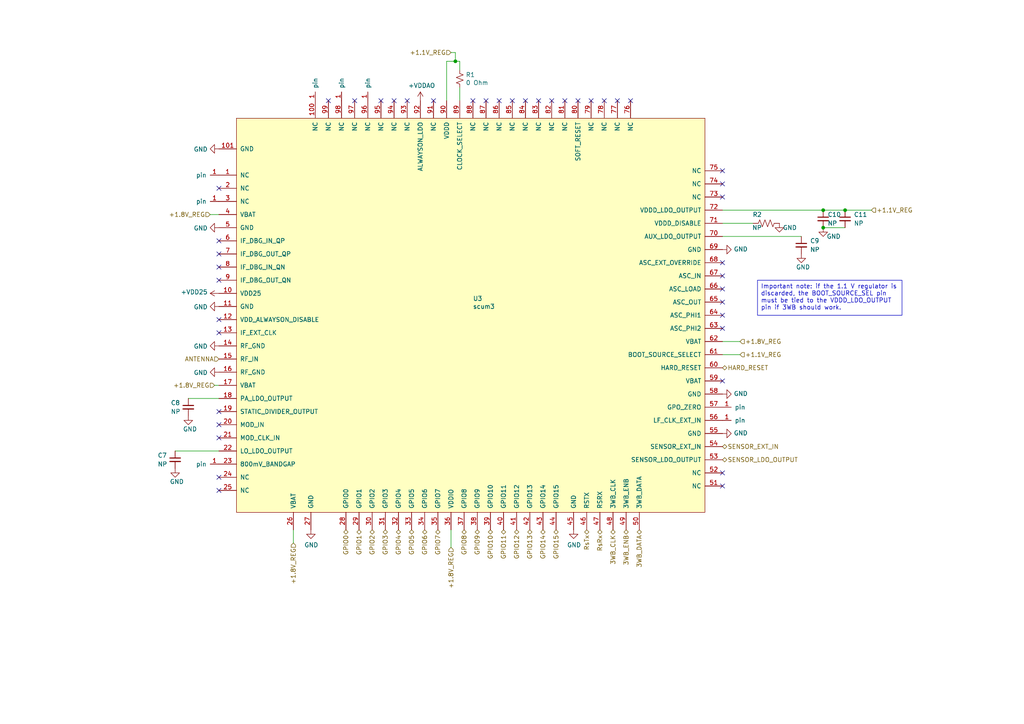
<source format=kicad_sch>
(kicad_sch (version 20230121) (generator eeschema)
  (paper "A4")
  (lib_symbols
    (symbol "Device:C_Small" (pin_numbers hide) (pin_names (offset 0.254) hide)
      (property "Reference" "C" (at 0.254 1.778 0))
      (property "Value" "C_Small" (at 0.254 -2.032 0))
      (symbol "C_Small_0_1"
        (polyline (pts (xy -1.524 -0.508) (xy 1.524 -0.508)) (stroke (width 0.3302)))
        (polyline (pts (xy -1.524 0.508) (xy 1.524 0.508)) (stroke (width 0.3048)))
      )
      (symbol "C_Small_1_1"
        (pin passive line (at 0 2.54 270) (length 2.032) (name "~") (number "1"))
        (pin passive line (at 0 -2.54 90) (length 2.032) (name "~") (number "2"))
      )
    )
    (symbol "Device:R_Small_US" (pin_numbers hide) (pin_names (offset 0.254) hide)
      (property "Reference" "R" (at 0.762 0.508 0))
      (property "Value" "R_Small_US" (at 0.762 -1.016 0))
      (symbol "R_Small_US_1_1"
        (polyline (pts (xy 0 0) (xy 1.016 -0.381) (xy 0 -0.762) (xy -1.016 -1.143) (xy 0 -1.524)))
        (polyline (pts (xy 0 1.524) (xy 1.016 1.143) (xy 0 0.762) (xy -1.016 0.381) (xy 0 0)))
        (pin passive line (at 0 2.54 270) (length 1.016) (name "~") (number "1"))
        (pin passive line (at 0 -2.54 90) (length 1.016) (name "~") (number "2"))
      )
    )
    (symbol "Device:R_US" (pin_numbers hide) (pin_names (offset 0))
      (property "Reference" "R" (at 2.54 0 90))
      (property "Value" "R_US" (at -2.54 0 90))
      (symbol "R_US_0_1"
        (polyline (pts (xy 0 -2.286) (xy 0 -2.54)))
        (polyline (pts (xy 0 2.286) (xy 0 2.54)))
        (polyline (pts (xy 0 -0.762) (xy 1.016 -1.143) (xy 0 -1.524) (xy -1.016 -1.905) (xy 0 -2.286)))
        (polyline (pts (xy 0 0.762) (xy 1.016 0.381) (xy 0 0) (xy -1.016 -0.381) (xy 0 -0.762)))
        (polyline (pts (xy 0 2.286) (xy 1.016 1.905) (xy 0 1.524) (xy -1.016 1.143) (xy 0 0.762)))
      )
      (symbol "R_US_1_1"
        (pin passive line (at 0 3.81 270) (length 1.27) (name "~") (number "1"))
        (pin passive line (at 0 -3.81 90) (length 1.27) (name "~") (number "2"))
      )
    )
    (symbol "draft1library:+VDD25" (power) (pin_names (offset 0))
      (property "Value" "+VDD25" (at 0 3.556 0))
      (symbol "+VDD25_0_1"
        (polyline (pts (xy -0.762 1.27) (xy 0 2.54)))
        (polyline (pts (xy 0 0) (xy 0 2.54)))
        (polyline (pts (xy 0 2.54) (xy 0.762 1.27)))
      )
      (symbol "+VDD25_1_1"
        (pin power_in line (at 0 0 90) (length 0) hide (name "+VDD25") (number "1"))
      )
    )
    (symbol "draft1library:+VDDAO" (power) (pin_names (offset 0))
      (property "Value" "+VDDAO" (at 0 3.556 0))
      (symbol "+VDDAO_0_1"
        (polyline (pts (xy -0.762 1.27) (xy 0 2.54)))
        (polyline (pts (xy 0 0) (xy 0 2.54)))
        (polyline (pts (xy 0 2.54) (xy 0.762 1.27)))
      )
      (symbol "+VDDAO_1_1"
        (pin power_in line (at 0 0 90) (length 0) hide (name "+VDDAO") (number "1"))
      )
    )
    (symbol "draft1library:scum3" (pin_names (offset 1.016))
      (property "Reference" "U8" (at 12.7 10.16 0))
      (property "Value" "scum3" (at 1.27 -2.54 0))
      (symbol "scum3_0_1"
        (rectangle (start -69.85 -60.96) (end 66.04 53.34) (fill (type background)))
      )
      (symbol "scum3_1_1"
        (pin passive line (at -74.93 36.83 0) (length 5.08) (name "NC") (number "1"))
        (pin passive line (at -74.93 2.54 0) (length 5.08) (name "VDD25") (number "10"))
        (pin passive line (at -46.99 58.42 270) (length 5.08) (name "NC") (number "100"))
        (pin passive line (at -74.93 44.45 0) (length 5.08) (name "GND") (number "101"))
        (pin passive line (at -74.93 -1.27 0) (length 5.08) (name "GND") (number "11"))
        (pin passive line (at -74.93 -5.08 0) (length 5.08) (name "VDD_ALWAYSON_DISABLE") (number "12"))
        (pin passive line (at -74.93 -8.89 0) (length 5.08) (name "IF_EXT_CLK") (number "13"))
        (pin passive line (at -74.93 -12.7 0) (length 5.08) (name "RF_GND") (number "14"))
        (pin passive line (at -74.93 -16.51 0) (length 5.08) (name "RF_IN") (number "15"))
        (pin passive line (at -74.93 -20.32 0) (length 5.08) (name "RF_GND") (number "16"))
        (pin passive line (at -74.93 -24.13 0) (length 5.08) (name "VBAT") (number "17"))
        (pin passive line (at -74.93 -27.94 0) (length 5.08) (name "PA_LDO_OUTPUT") (number "18"))
        (pin passive line (at -74.93 -31.75 0) (length 5.08) (name "STATIC_DIVIDER_OUTPUT") (number "19"))
        (pin passive line (at -74.93 33.02 0) (length 5.08) (name "NC") (number "2"))
        (pin passive line (at -74.93 -35.56 0) (length 5.08) (name "MOD_IN") (number "20"))
        (pin passive line (at -74.93 -39.37 0) (length 5.08) (name "MOD_CLK_IN") (number "21"))
        (pin passive line (at -74.93 -43.18 0) (length 5.08) (name "LO_LDO_OUTPUT") (number "22"))
        (pin passive line (at -74.93 -46.99 0) (length 5.08) (name "800mV_BANDGAP") (number "23"))
        (pin passive line (at -74.93 -50.8 0) (length 5.08) (name "NC") (number "24"))
        (pin passive line (at -74.93 -54.61 0) (length 5.08) (name "NC") (number "25"))
        (pin power_in line (at -53.34 -66.04 90) (length 5.08) (name "VBAT") (number "26"))
        (pin passive line (at -48.26 -66.04 90) (length 5.08) (name "GND") (number "27"))
        (pin bidirectional line (at -38.1 -66.04 90) (length 5.08) (name "GPIO0") (number "28"))
        (pin bidirectional line (at -34.29 -66.04 90) (length 5.08) (name "GPIO1") (number "29"))
        (pin passive line (at -74.93 29.21 0) (length 5.08) (name "NC") (number "3"))
        (pin bidirectional line (at -30.48 -66.04 90) (length 5.08) (name "GPIO2") (number "30"))
        (pin bidirectional line (at -26.67 -66.04 90) (length 5.08) (name "GPIO3") (number "31"))
        (pin bidirectional line (at -22.86 -66.04 90) (length 5.08) (name "GPIO4") (number "32"))
        (pin bidirectional line (at -19.05 -66.04 90) (length 5.08) (name "GPIO5") (number "33"))
        (pin bidirectional line (at -15.24 -66.04 90) (length 5.08) (name "GPIO6") (number "34"))
        (pin bidirectional line (at -11.43 -66.04 90) (length 5.08) (name "GPIO7") (number "35"))
        (pin power_in line (at -7.62 -66.04 90) (length 5.08) (name "VDDIO") (number "36"))
        (pin bidirectional line (at -3.81 -66.04 90) (length 5.08) (name "GPIO8") (number "37"))
        (pin bidirectional line (at 0 -66.04 90) (length 5.08) (name "GPIO9") (number "38"))
        (pin bidirectional line (at 3.81 -66.04 90) (length 5.08) (name "GPIO10") (number "39"))
        (pin passive line (at -74.93 25.4 0) (length 5.08) (name "VBAT") (number "4"))
        (pin bidirectional line (at 7.62 -66.04 90) (length 5.08) (name "GPIO11") (number "40"))
        (pin bidirectional line (at 11.43 -66.04 90) (length 5.08) (name "GPIO12") (number "41"))
        (pin bidirectional line (at 15.24 -66.04 90) (length 5.08) (name "GPIO13") (number "42"))
        (pin bidirectional line (at 19.05 -66.04 90) (length 5.08) (name "GPIO14") (number "43"))
        (pin bidirectional line (at 22.86 -66.04 90) (length 5.08) (name "GPIO15") (number "44"))
        (pin passive line (at 27.94 -66.04 90) (length 5.08) (name "GND") (number "45"))
        (pin bidirectional line (at 31.75 -66.04 90) (length 5.08) (name "RSTX") (number "46"))
        (pin bidirectional line (at 35.56 -66.04 90) (length 5.08) (name "RSRX") (number "47"))
        (pin bidirectional line (at 39.37 -66.04 90) (length 5.08) (name "3WB_CLK") (number "48"))
        (pin bidirectional line (at 43.18 -66.04 90) (length 5.08) (name "3WB_ENB") (number "49"))
        (pin passive line (at -74.93 21.59 0) (length 5.08) (name "GND") (number "5"))
        (pin bidirectional line (at 46.99 -66.04 90) (length 5.08) (name "3WB_DATA") (number "50"))
        (pin passive line (at 71.12 -53.34 180) (length 5.08) (name "NC") (number "51"))
        (pin passive line (at 71.12 -49.53 180) (length 5.08) (name "NC") (number "52"))
        (pin passive line (at 71.12 -45.72 180) (length 5.08) (name "SENSOR_LDO_OUTPUT") (number "53"))
        (pin passive line (at 71.12 -41.91 180) (length 5.08) (name "SENSOR_EXT_IN") (number "54"))
        (pin passive line (at 71.12 -38.1 180) (length 5.08) (name "GND") (number "55"))
        (pin passive line (at 71.12 -34.29 180) (length 5.08) (name "LF_CLK_EXT_IN") (number "56"))
        (pin passive line (at 71.12 -30.48 180) (length 5.08) (name "GPO_ZERO") (number "57"))
        (pin passive line (at 71.12 -26.67 180) (length 5.08) (name "GND") (number "58"))
        (pin passive line (at 71.12 -22.86 180) (length 5.08) (name "VBAT") (number "59"))
        (pin passive line (at -74.93 17.78 0) (length 5.08) (name "IF_DBG_IN_QP") (number "6"))
        (pin passive line (at 71.12 -19.05 180) (length 5.08) (name "HARD_RESET") (number "60"))
        (pin passive line (at 71.12 -15.24 180) (length 5.08) (name "BOOT_SOURCE_SELECT") (number "61"))
        (pin passive line (at 71.12 -11.43 180) (length 5.08) (name "VBAT") (number "62"))
        (pin passive line (at 71.12 -7.62 180) (length 5.08) (name "ASC_PHI2") (number "63"))
        (pin passive line (at 71.12 -3.81 180) (length 5.08) (name "ASC_PHI1") (number "64"))
        (pin passive line (at 71.12 0 180) (length 5.08) (name "ASC_OUT") (number "65"))
        (pin passive line (at 71.12 3.81 180) (length 5.08) (name "ASC_LOAD") (number "66"))
        (pin passive line (at 71.12 7.62 180) (length 5.08) (name "ASC_IN") (number "67"))
        (pin passive line (at 71.12 11.43 180) (length 5.08) (name "ASC_EXT_OVERRIDE") (number "68"))
        (pin passive line (at 71.12 15.24 180) (length 5.08) (name "GND") (number "69"))
        (pin passive line (at -74.93 13.97 0) (length 5.08) (name "IF_DBG_OUT_QP") (number "7"))
        (pin passive line (at 71.12 19.05 180) (length 5.08) (name "AUX_LDO_OUTPUT") (number "70"))
        (pin passive line (at 71.12 22.86 180) (length 5.08) (name "VDDD_DISABLE") (number "71"))
        (pin passive line (at 71.12 26.67 180) (length 5.08) (name "VDDD_LDO_OUTPUT") (number "72"))
        (pin passive line (at 71.12 30.48 180) (length 5.08) (name "NC") (number "73"))
        (pin passive line (at 71.12 34.29 180) (length 5.08) (name "NC") (number "74"))
        (pin passive line (at 71.12 38.1 180) (length 5.08) (name "NC") (number "75"))
        (pin passive line (at 44.45 58.42 270) (length 5.08) (name "NC") (number "76"))
        (pin passive line (at 40.64 58.42 270) (length 5.08) (name "NC") (number "77"))
        (pin passive line (at 36.83 58.42 270) (length 5.08) (name "NC") (number "78"))
        (pin passive line (at 33.02 58.42 270) (length 5.08) (name "NC") (number "79"))
        (pin passive line (at -74.93 10.16 0) (length 5.08) (name "IF_DBG_IN_QN") (number "8"))
        (pin passive line (at 29.21 58.42 270) (length 5.08) (name "SOFT_RESET") (number "80"))
        (pin passive line (at 25.4 58.42 270) (length 5.08) (name "NC") (number "81"))
        (pin passive line (at 21.59 58.42 270) (length 5.08) (name "NC") (number "82"))
        (pin passive line (at 17.78 58.42 270) (length 5.08) (name "NC") (number "83"))
        (pin passive line (at 13.97 58.42 270) (length 5.08) (name "NC") (number "84"))
        (pin passive line (at 10.16 58.42 270) (length 5.08) (name "NC") (number "85"))
        (pin passive line (at 6.35 58.42 270) (length 5.08) (name "NC") (number "86"))
        (pin passive line (at 2.54 58.42 270) (length 5.08) (name "NC") (number "87"))
        (pin passive line (at -1.27 58.42 270) (length 5.08) (name "NC") (number "88"))
        (pin passive line (at -5.08 58.42 270) (length 5.08) (name "CLOCK_SELECT") (number "89"))
        (pin passive line (at -74.93 6.35 0) (length 5.08) (name "IF_DBG_OUT_QN") (number "9"))
        (pin passive line (at -8.89 58.42 270) (length 5.08) (name "VDDD") (number "90"))
        (pin passive line (at -12.7 58.42 270) (length 5.08) (name "NC") (number "91"))
        (pin passive line (at -16.51 58.42 270) (length 5.08) (name "ALWAYSON_LDO") (number "92"))
        (pin passive line (at -20.32 58.42 270) (length 5.08) (name "NC") (number "93"))
        (pin passive line (at -24.13 58.42 270) (length 5.08) (name "NC") (number "94"))
        (pin passive line (at -27.94 58.42 270) (length 5.08) (name "NC") (number "95"))
        (pin passive line (at -31.75 58.42 270) (length 5.08) (name "NC") (number "96"))
        (pin passive line (at -35.56 58.42 270) (length 5.08) (name "NC") (number "97"))
        (pin passive line (at -39.37 58.42 270) (length 5.08) (name "NC") (number "98"))
        (pin passive line (at -43.18 58.42 270) (length 5.08) (name "NC") (number "99"))
      )
    )
    (symbol "draft1library:through_hole" (pin_names (offset 1.016))
      (symbol "through_hole_1_1"
        (pin output line (at 0 0 0) (length 2.54) (name "pin") (number "1"))
      )
    )
    (symbol "power:GND" (power) (pin_names (offset 0))
      (property "Value" "GND" (at 0 -3.81 0))
      (symbol "GND_0_1"
        (polyline (pts (xy 0 0) (xy 0 -1.27) (xy 1.27 -1.27) (xy 0 -2.54) (xy -1.27 -1.27) (xy 0 -1.27)))
      )
      (symbol "GND_1_1"
        (pin power_in line (at 0 0 270) (length 0) hide (name "GND") (number "1"))
      )
    )
  )
  (junction (at 245.11 60.96))
  (junction (at 238.76 60.96))
  (junction (at 132.08 17.78))
  (junction (at 238.76 66.04))
  (no_connect (at 102.87 29.21))
  (no_connect (at 63.5 54.61))
  (no_connect (at 63.5 127))
  (no_connect (at 125.73 29.21))
  (no_connect (at 209.55 76.2))
  (no_connect (at 209.55 91.44))
  (no_connect (at 209.55 95.25))
  (no_connect (at 182.88 29.21))
  (no_connect (at 63.5 96.52))
  (no_connect (at 175.26 29.21))
  (no_connect (at 63.5 123.19))
  (no_connect (at 63.5 73.66))
  (no_connect (at 167.64 29.21))
  (no_connect (at 209.55 137.16))
  (no_connect (at 209.55 140.97))
  (no_connect (at 209.55 53.34))
  (no_connect (at 209.55 49.53))
  (no_connect (at 209.55 83.82))
  (no_connect (at 63.5 81.28))
  (no_connect (at 63.5 119.38))
  (no_connect (at 114.3 29.21))
  (no_connect (at 63.5 69.85))
  (no_connect (at 140.97 29.21))
  (no_connect (at 179.07 29.21))
  (no_connect (at 95.25 29.21))
  (no_connect (at 209.55 110.49))
  (no_connect (at 63.5 142.24))
  (no_connect (at 209.55 57.15))
  (no_connect (at 110.49 29.21))
  (no_connect (at 209.55 87.63))
  (no_connect (at 209.55 80.01))
  (no_connect (at 152.4 29.21))
  (no_connect (at 148.59 29.21))
  (no_connect (at 137.16 29.21))
  (no_connect (at 63.5 138.43))
  (no_connect (at 156.21 29.21))
  (no_connect (at 171.45 29.21))
  (no_connect (at 63.5 77.47))
  (no_connect (at 160.02 29.21))
  (no_connect (at 163.83 29.21))
  (no_connect (at 63.5 92.71))
  (no_connect (at 144.78 29.21))
  (no_connect (at 118.11 29.21))
  (wire (pts (xy 209.55 64.77) (xy 218.44 64.77)))
  (wire (pts (xy 209.55 60.96) (xy 238.76 60.96)))
  (wire (pts (xy 85.09 153.67) (xy 85.09 157.48)))
  (wire (pts (xy 130.81 15.24) (xy 132.08 15.24)))
  (wire (pts (xy 62.23 111.76) (xy 63.5 111.76)))
  (wire (pts (xy 133.35 17.78) (xy 132.08 17.78)))
  (wire (pts (xy 133.35 17.78) (xy 133.35 20.32)))
  (wire (pts (xy 209.55 68.58) (xy 232.41 68.58)))
  (wire (pts (xy 133.35 25.4) (xy 133.35 29.21)))
  (wire (pts (xy 238.76 60.96) (xy 245.11 60.96)))
  (wire (pts (xy 50.8 130.81) (xy 63.5 130.81)))
  (wire (pts (xy 209.55 102.87) (xy 214.63 102.87)))
  (wire (pts (xy 238.76 66.04) (xy 245.11 66.04)))
  (wire (pts (xy 130.81 153.67) (xy 130.81 158.75)))
  (wire (pts (xy 209.55 99.06) (xy 214.63 99.06)))
  (wire (pts (xy 60.96 62.23) (xy 63.5 62.23)))
  (wire (pts (xy 129.54 29.21) (xy 129.54 17.78)))
  (wire (pts (xy 54.61 115.57) (xy 63.5 115.57)))
  (wire (pts (xy 132.08 15.24) (xy 132.08 17.78)))
  (wire (pts (xy 132.08 17.78) (xy 129.54 17.78)))
  (wire (pts (xy 245.11 60.96) (xy 252.73 60.96)))
  (text_box "Important note: if the 1.1 V regulator is discarded, the BOOT_SOURCE_SEL pin must be tied to the VDDD_LDO_OUTPUT pin if 3WB should work.\n" (at 219.71 81.28 0) (size 41.91 10.16) (effects (font (size 1.27 1.27)) (justify left top)))
  (hierarchical_label "GPIO13" (shape bidirectional) (at 153.67 153.67 270))
  (hierarchical_label "+1.8V_REG" (shape input) (at 130.81 158.75 270))
  (hierarchical_label "3WB_CLK" (shape bidirectional) (at 177.8 153.67 270))
  (hierarchical_label "+1.8V_REG" (shape input) (at 60.96 62.23 180))
  (hierarchical_label "HARD_RESET" (shape bidirectional) (at 209.55 106.68 0))
  (hierarchical_label "GPIO14" (shape bidirectional) (at 157.48 153.67 270))
  (hierarchical_label "GPIO12" (shape bidirectional) (at 149.86 153.67 270))
  (hierarchical_label "+1.8V_REG" (shape input) (at 214.63 99.06 0))
  (hierarchical_label "GPIO4" (shape bidirectional) (at 115.57 153.67 270))
  (hierarchical_label "GPIO10" (shape bidirectional) (at 142.24 153.67 270))
  (hierarchical_label "GPIO7" (shape bidirectional) (at 127 153.67 270))
  (hierarchical_label "GPIO0" (shape bidirectional) (at 100.33 153.67 270))
  (hierarchical_label "3WB_DATA" (shape bidirectional) (at 185.42 153.67 270))
  (hierarchical_label "+1.8V_REG" (shape input) (at 85.09 157.48 270))
  (hierarchical_label "ANTENNA" (shape input) (at 63.5 104.14 180))
  (hierarchical_label "SENSOR_LDO_OUTPUT" (shape bidirectional) (at 209.55 133.35 0))
  (hierarchical_label "+1.1V_REG" (shape input) (at 130.81 15.24 180))
  (hierarchical_label "GPIO11" (shape bidirectional) (at 146.05 153.67 270))
  (hierarchical_label "GPIO9" (shape bidirectional) (at 138.43 153.67 270))
  (hierarchical_label "GPIO2" (shape bidirectional) (at 107.95 153.67 270))
  (hierarchical_label "+1.8V_REG" (shape input) (at 62.23 111.76 180))
  (hierarchical_label "GPIO15" (shape bidirectional) (at 161.29 153.67 270))
  (hierarchical_label "GPIO5" (shape bidirectional) (at 119.38 153.67 270))
  (hierarchical_label "GPIO8" (shape bidirectional) (at 134.62 153.67 270))
  (hierarchical_label "RsTx" (shape bidirectional) (at 170.18 153.67 270))
  (hierarchical_label "SENSOR_EXT_IN" (shape bidirectional) (at 209.55 129.54 0))
  (hierarchical_label "+1.1V_REG" (shape input) (at 214.63 102.87 0))
  (hierarchical_label "+1.1V_REG" (shape input) (at 252.73 60.96 0))
  (hierarchical_label "GPIO3" (shape bidirectional) (at 111.76 153.67 270))
  (hierarchical_label "RsRx" (shape bidirectional) (at 173.99 153.67 270))
  (hierarchical_label "GPIO1" (shape bidirectional) (at 104.14 153.67 270))
  (hierarchical_label "GPIO6" (shape bidirectional) (at 123.19 153.67 270))
  (hierarchical_label "3WB_ENB" (shape bidirectional) (at 181.61 153.67 270))
  (symbol (lib_id "power:GND") (at 232.41 73.66 0) (unit 1)
    (property "Reference" "#PWR064" (effects hide))
    (property "Value" "GND" (at 234.95 77.47 0) (effects (justify right)))
  )
  (symbol (lib_id "draft1library:through_hole") (at 91.44 29.21 90) (unit 1)
    (property "Reference" "J9" (effects hide))
    (property "Value" "through_hole" (effects hide))
    (property "Footprint" "SCUM:through_hole" (effects hide))
  )
  (symbol (lib_id "power:GND") (at 238.76 66.04 0) (unit 1)
    (property "Reference" "#PWR065" (effects hide))
    (property "Value" "GND" (at 243.84 68.58 0) (effects (justify right)))
  )
  (symbol (lib_id "power:GND") (at 209.55 125.73 90) (unit 1)
    (property "Reference" "#PWR062" (effects hide))
    (property "Value" "GND" (at 212.8012 125.603 90) (effects (justify right)))
  )
  (symbol (lib_id "power:GND") (at 54.61 120.65 0) (unit 1)
    (property "Reference" "#PWR050" (effects hide))
    (property "Value" "GND" (at 57.15 124.46 0) (effects (justify right)))
  )
  (symbol (lib_id "draft1library:through_hole") (at 209.55 118.11 0) (unit 1)
    (property "Reference" "J12" (effects hide))
    (property "Value" "through_hole" (effects hide))
    (property "Footprint" "SCUM:through_hole" (effects hide))
  )
  (symbol (lib_id "power:GND") (at 63.5 100.33 270) (unit 1)
    (property "Reference" "#PWR055" (effects hide))
    (property "Value" "GND" (at 60.2488 100.457 90) (effects (justify right)))
  )
  (symbol (lib_id "draft1library:scum3") (at 138.43 87.63 0) (unit 1)
    (property "Reference" "U3" (at 137.16 86.5886 0) (effects (justify left)))
    (property "Value" "scum3" (at 137.16 88.9 0) (effects (justify left)))
    (property "Footprint" "SCUM:QFN-100_EP_12x12_Pitch0.4mm_Margin0.25mm" (effects hide))
  )
  (symbol (lib_id "power:GND") (at 209.55 72.39 90) (unit 1)
    (property "Reference" "#PWR060" (effects hide))
    (property "Value" "GND" (at 212.8012 72.263 90) (effects (justify right)))
  )
  (symbol (lib_id "power:GND") (at 209.55 114.3 90) (unit 1)
    (property "Reference" "#PWR061" (effects hide))
    (property "Value" "GND" (at 212.8012 114.173 90) (effects (justify right)))
  )
  (symbol (lib_id "draft1library:+VDDAO") (at 121.92 29.21 0) (unit 1)
    (property "Reference" "#PWR058" (effects hide))
    (property "Value" "+VDDAO" (at 122.301 24.8158 0))
  )
  (symbol (lib_id "draft1library:through_hole") (at 209.55 121.92 0) (unit 1)
    (property "Reference" "J13" (effects hide))
    (property "Value" "through_hole" (effects hide))
    (property "Footprint" "SCUM:through_hole" (effects hide))
  )
  (symbol (lib_id "Device:C_Small") (at 245.11 63.5 0) (unit 1)
    (property "Reference" "C11" (at 247.65 62.2362 0) (effects (justify left)))
    (property "Value" "NP" (at 247.65 64.7762 0) (effects (justify left)))
    (property "Footprint" "Capacitor_SMD:C_0402_1005Metric" (effects hide))
  )
  (symbol (lib_id "power:GND") (at 90.17 153.67 0) (unit 1)
    (property "Reference" "#PWR057" (effects hide))
    (property "Value" "GND" (at 90.297 158.0642 0))
  )
  (symbol (lib_id "draft1library:through_hole") (at 63.5 58.42 180) (unit 1)
    (property "Reference" "J7" (effects hide))
    (property "Value" "through_hole" (effects hide))
    (property "Footprint" "SCUM:through_hole" (effects hide))
  )
  (symbol (lib_id "draft1library:through_hole") (at 99.06 29.21 90) (unit 1)
    (property "Reference" "J10" (effects hide))
    (property "Value" "through_hole" (effects hide))
    (property "Footprint" "SCUM:through_hole" (effects hide))
  )
  (symbol (lib_id "power:GND") (at 63.5 66.04 270) (unit 1)
    (property "Reference" "#PWR052" (effects hide))
    (property "Value" "GND" (at 60.2488 66.167 90) (effects (justify right)))
  )
  (symbol (lib_id "power:GND") (at 166.37 153.67 0) (unit 1)
    (property "Reference" "#PWR059" (effects hide))
    (property "Value" "GND" (at 166.497 158.0642 0))
  )
  (symbol (lib_id "Device:R_Small_US") (at 133.35 22.86 0) (unit 1)
    (property "Reference" "R1" (at 135.0772 21.6916 0) (effects (justify left)))
    (property "Value" "0 Ohm" (at 135.0772 24.003 0) (effects (justify left)))
    (property "Footprint" "Resistor_SMD:R_0402_1005Metric" (effects hide))
  )
  (symbol (lib_id "Device:C_Small") (at 238.76 63.5 0) (unit 1)
    (property "Reference" "C10" (at 240.03 62.23 0) (effects (justify left)))
    (property "Value" "NP" (at 240.03 64.77 0) (effects (justify left)))
    (property "Footprint" "Capacitor_SMD:C_0402_1005Metric" (effects hide))
  )
  (symbol (lib_id "draft1library:through_hole") (at 63.5 50.8 180) (unit 1)
    (property "Reference" "J6" (effects hide))
    (property "Value" "through_hole" (effects hide))
    (property "Footprint" "SCUM:through_hole" (effects hide))
  )
  (symbol (lib_id "Device:C_Small") (at 50.8 133.35 0) (unit 1)
    (property "Reference" "C7" (at 45.72 132.08 0) (effects (justify left)))
    (property "Value" "NP" (at 45.72 134.62 0) (effects (justify left)))
    (property "Footprint" "Capacitor_SMD:C_0402_1005Metric" (effects hide))
  )
  (symbol (lib_id "power:GND") (at 63.5 43.18 270) (unit 1)
    (property "Reference" "#PWR051" (effects hide))
    (property "Value" "GND" (at 60.2488 43.307 90) (effects (justify right)))
  )
  (symbol (lib_id "draft1library:through_hole") (at 63.5 134.62 180) (unit 1)
    (property "Reference" "J8" (effects hide))
    (property "Value" "through_hole" (effects hide))
    (property "Footprint" "SCUM:through_hole" (effects hide))
  )
  (symbol (lib_id "power:GND") (at 50.8 135.89 0) (unit 1)
    (property "Reference" "#PWR049" (effects hide))
    (property "Value" "GND" (at 53.34 139.7 0) (effects (justify right)))
  )
  (symbol (lib_id "draft1library:+VDD25") (at 63.5 85.09 90) (unit 1)
    (property "Reference" "#PWR053" (effects hide))
    (property "Value" "+VDD25" (at 60.2488 84.709 90) (effects (justify left)))
  )
  (symbol (lib_id "power:GND") (at 63.5 88.9 270) (unit 1)
    (property "Reference" "#PWR054" (effects hide))
    (property "Value" "GND" (at 60.2488 89.027 90) (effects (justify right)))
  )
  (symbol (lib_id "Device:C_Small") (at 232.41 71.12 0) (unit 1)
    (property "Reference" "C9" (at 234.95 69.8562 0) (effects (justify left)))
    (property "Value" "NP" (at 234.95 72.3962 0) (effects (justify left)))
    (property "Footprint" "Capacitor_SMD:C_0402_1005Metric" (effects hide))
  )
  (symbol (lib_id "power:GND") (at 63.5 107.95 270) (unit 1)
    (property "Reference" "#PWR056" (effects hide))
    (property "Value" "GND" (at 60.2488 108.077 90) (effects (justify right)))
  )
  (symbol (lib_id "Device:C_Small") (at 54.61 118.11 0) (unit 1)
    (property "Reference" "C8" (at 49.53 116.84 0) (effects (justify left)))
    (property "Value" "NP" (at 49.53 119.38 0) (effects (justify left)))
    (property "Footprint" "Capacitor_SMD:C_0402_1005Metric" (effects hide))
  )
  (symbol (lib_id "power:GND") (at 226.06 64.77 0) (unit 1)
    (property "Reference" "#PWR063" (effects hide))
    (property "Value" "GND" (at 231.14 66.04 0) (effects (justify right)))
  )
  (symbol (lib_id "Device:R_US") (at 222.25 64.77 90) (unit 1)
    (property "Reference" "R2" (at 220.98 62.23 90) (effects (justify left)))
    (property "Value" "NP" (at 220.98 66.04 90) (effects (justify left)))
    (property "Footprint" "Resistor_SMD:R_0402_1005Metric" (effects hide))
  )
  (symbol (lib_id "draft1library:through_hole") (at 106.68 29.21 90) (unit 1)
    (property "Reference" "J11" (effects hide))
    (property "Value" "through_hole" (effects hide))
    (property "Footprint" "SCUM:through_hole" (effects hide))
  )
)
</source>
